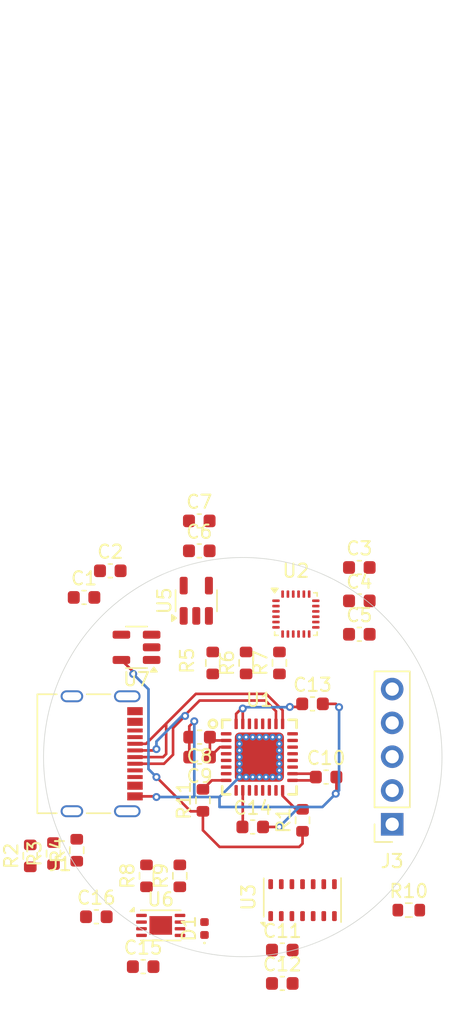
<source format=kicad_pcb>
(kicad_pcb (version 20240108) (generator "pcbnew") (generator_version "8.0")
  (layers (0 "F.Cu" signal) (31 "B.Cu" signal) (34 "B.Paste" user) (35 "F.Paste" user) (36 "B.SilkS" user "B.Silkscreen") (37 "F.SilkS" user "F.Silkscreen") (38 "B.Mask" user) (39 "F.Mask" user) (44 "Edge.Cuts" user))
  (net 0 "")
  (net 1 "+3V3")
  (net 2 "GND")
  (net 3 "+1V8")
  (net 4 "Net-(U2-REGOUT)")
  (net 5 "VBAT")
  (net 6 "CHGIN")
  (net 7 "Net-(D1-K)")
  (net 8 "D-")
  (net 10 "Net-(J1-SHIELD)")
  (net 11 "Net-(J1-CC1)")
  (net 12 "D+")
  (net 14 "Net-(J1-CC2)")
  (net 15 "BOOT")
  (net 16 "NRST")
  (net 17 "TX")
  (net 18 "RX")
  (net 19 "SCL")
  (net 20 "Net-(U1-EN)")
  (net 21 "Net-(U1-GP2[BOOT])")
  (net 22 "Net-(U1-GP8[BOOT])")
  (net 23 "Net-(U6-PROG)")
  (net 24 "Net-(U6-STAT)")
  (net 25 "SDA")
  (footprint "Sensor_Motion:InvenSense_QFN-24_3x3mm_P0.4mm" (layer "F.Cu") (at 101.75 55.75)
    (property "Reference" "U2" (at 0 -3.25 0) (layer "F.SilkS"))
    (property "Value" "ICM-20948")
    (fp_line (start -1.6 1.6) (end -1.6 1.35) (stroke (width 0.12)) (layer "F.SilkS"))
    (fp_line (start -1.6 1.6) (end -1.35 1.6) (stroke (width 0.12)) (layer "F.SilkS"))
    (fp_line (start 1.6 -1.6) (end 1.35 -1.6) (stroke (width 0.12)) (layer "F.SilkS"))
    (fp_line (start 1.6 -1.6) (end 1.6 -1.35) (stroke (width 0.12)) (layer "F.SilkS"))
    (fp_line (start 1.6 1.6) (end 1.35 1.6) (stroke (width 0.12)) (layer "F.SilkS"))
    (fp_line (start 1.6 1.6) (end 1.6 1.35) (stroke (width 0.12)) (layer "F.SilkS"))
    (fp_poly (pts (xy -1.6 -1.6) (xy -1.84 -1.93) (xy -1.36 -1.93) (xy -1.6 -1.6)) (stroke (width 0.12)) (fill solid) (layer "F.SilkS"))
    (pad "1" smd roundrect (at -1.5 -1) (size 0.55 0.2) (layers "F.Cu" "F.Paste" "F.Mask"))
    (pad "2" smd roundrect (at -1.5 -0.6) (size 0.55 0.2) (layers "F.Cu" "F.Paste" "F.Mask"))
    (pad "3" smd roundrect (at -1.5 -0.2) (size 0.55 0.2) (layers "F.Cu" "F.Paste" "F.Mask"))
    (pad "4" smd roundrect (at -1.5 0.2) (size 0.55 0.2) (layers "F.Cu" "F.Paste" "F.Mask"))
    (pad "5" smd roundrect (at -1.5 0.6) (size 0.55 0.2) (layers "F.Cu" "F.Paste" "F.Mask"))
    (pad "6" smd roundrect (at -1.5 1) (size 0.55 0.2) (layers "F.Cu" "F.Paste" "F.Mask"))
    (pad "7" smd roundrect (at -1 1.5 90) (size 0.55 0.2) (layers "F.Cu" "F.Paste" "F.Mask"))
    (pad "8" smd roundrect (at -0.6 1.5 90) (size 0.55 0.2) (layers "F.Cu" "F.Paste" "F.Mask") (net 3 "+1V8"))
    (pad "9" smd roundrect (at -0.2 1.5 90) (size 0.55 0.2) (layers "F.Cu" "F.Paste" "F.Mask"))
    (pad "10" smd roundrect (at 0.2 1.5 90) (size 0.55 0.2) (layers "F.Cu" "F.Paste" "F.Mask") (net 4 "Net-(U2-REGOUT)"))
    (pad "11" smd roundrect (at 0.6 1.5 90) (size 0.55 0.2) (layers "F.Cu" "F.Paste" "F.Mask"))
    (pad "12" smd roundrect (at 1 1.5 90) (size 0.55 0.2) (layers "F.Cu" "F.Paste" "F.Mask"))
    (pad "13" smd roundrect (at 1.5 1) (size 0.55 0.2) (layers "F.Cu" "F.Paste" "F.Mask") (net 1 "+3V3"))
    (pad "14" smd roundrect (at 1.5 0.6) (size 0.55 0.2) (layers "F.Cu" "F.Paste" "F.Mask"))
    (pad "15" smd roundrect (at 1.5 0.2) (size 0.55 0.2) (layers "F.Cu" "F.Paste" "F.Mask"))
    (pad "16" smd roundrect (at 1.5 -0.2) (size 0.55 0.2) (layers "F.Cu" "F.Paste" "F.Mask"))
    (pad "17" smd roundrect (at 1.5 -0.6) (size 0.55 0.2) (layers "F.Cu" "F.Paste" "F.Mask"))
    (pad "18" smd roundrect (at 1.5 -1) (size 0.55 0.2) (layers "F.Cu" "F.Paste" "F.Mask") (net 2 "GND"))
    (pad "19" smd roundrect (at 1 -1.5 90) (size 0.55 0.2) (layers "F.Cu" "F.Paste" "F.Mask"))
    (pad "20" smd roundrect (at 0.6 -1.5 90) (size 0.55 0.2) (layers "F.Cu" "F.Paste" "F.Mask") (net 2 "GND"))
    (pad "21" smd roundrect (at 0.2 -1.5 90) (size 0.55 0.2) (layers "F.Cu" "F.Paste" "F.Mask"))
    (pad "22" smd roundrect (at -0.2 -1.5 90) (size 0.55 0.2) (layers "F.Cu" "F.Paste" "F.Mask"))
    (pad "23" smd roundrect (at -0.6 -1.5 90) (size 0.55 0.2) (layers "F.Cu" "F.Paste" "F.Mask") (net 19 "SCL"))
    (pad "24" smd roundrect (at -1 -1.5 90) (size 0.55 0.2) (layers "F.Cu" "F.Paste" "F.Mask") (net 25 "SDA"))
  )
  (footprint "Capacitor_SMD:C_0603_1608Metric" (layer "F.Cu") (at 104.025 68)
    (property "Reference" "C10" (at 0 -1.43 0) (layer "F.SilkS"))
    (property "Value" "100n")
    (fp_line (start -0.14058 -0.51) (end 0.14058 -0.51) (stroke (width 0.12)) (layer "F.SilkS"))
    (fp_line (start -0.14058 0.51) (end 0.14058 0.51) (stroke (width 0.12)) (layer "F.SilkS"))
    (pad "1" smd roundrect (at -0.775 0) (size 0.9 0.95) (layers "F.Cu" "F.Paste" "F.Mask") (net 1 "+3V3"))
    (pad "2" smd roundrect (at 0.775 0) (size 0.9 0.95) (layers "F.Cu" "F.Paste" "F.Mask") (net 2 "GND"))
  )
  (footprint "Resistor_SMD:R_0603_1608Metric" (layer "F.Cu") (at 95.49 59.425 90)
    (property "Reference" "R5" (at 0.175 -1.93 270) (layer "F.SilkS"))
    (property "Value" "10K")
    (fp_line (start -0.237258 -0.5225) (end 0.237258 -0.5225) (stroke (width 0.12)) (layer "F.SilkS"))
    (fp_line (start -0.237258 0.5225) (end 0.237258 0.5225) (stroke (width 0.12)) (layer "F.SilkS"))
    (pad "1" smd roundrect (at -0.825 0 90) (size 0.8 0.95) (layers "F.Cu" "F.Paste" "F.Mask") (net 1 "+3V3"))
    (pad "2" smd roundrect (at 0.825 0 90) (size 0.8 0.95) (layers "F.Cu" "F.Paste" "F.Mask") (net 20 "Net-(U1-EN)"))
  )
  (footprint "Resistor_SMD:R_0603_1608Metric" (layer "F.Cu") (at 110.25 78)
    (property "Reference" "R10" (at 0 -1.43 0) (layer "F.SilkS"))
    (property "Value" "180k")
    (fp_line (start -0.237258 -0.5225) (end 0.237258 -0.5225) (stroke (width 0.12)) (layer "F.SilkS"))
    (fp_line (start -0.237258 0.5225) (end 0.237258 0.5225) (stroke (width 0.12)) (layer "F.SilkS"))
    (pad "1" smd roundrect (at -0.825 0) (size 0.8 0.95) (layers "F.Cu" "F.Paste" "F.Mask") (net 1 "+3V3"))
    (pad "2" smd roundrect (at 0.825 0) (size 0.8 0.95) (layers "F.Cu" "F.Paste" "F.Mask") (net 2 "GND"))
  )
  (footprint "Resistor_SMD:R_0603_1608Metric" (layer "F.Cu") (at 98 59.425 90)
    (property "Reference" "R6" (at 0 -1.43 270) (layer "F.SilkS"))
    (property "Value" "10k")
    (fp_line (start -0.237258 -0.5225) (end 0.237258 -0.5225) (stroke (width 0.12)) (layer "F.SilkS"))
    (fp_line (start -0.237258 0.5225) (end 0.237258 0.5225) (stroke (width 0.12)) (layer "F.SilkS"))
    (pad "1" smd roundrect (at -0.825 0 90) (size 0.8 0.95) (layers "F.Cu" "F.Paste" "F.Mask") (net 21 "Net-(U1-GP2[BOOT])"))
    (pad "2" smd roundrect (at 0.825 0 90) (size 0.8 0.95) (layers "F.Cu" "F.Paste" "F.Mask") (net 1 "+3V3"))
  )
  (footprint "Capacitor_SMD:C_0603_1608Metric" (layer "F.Cu") (at 94.475 51)
    (property "Reference" "C6" (at 0 -1.43 0) (layer "F.SilkS"))
    (property "Value" "1u")
    (fp_line (start -0.14058 -0.51) (end 0.14058 -0.51) (stroke (width 0.12)) (layer "F.SilkS"))
    (fp_line (start -0.14058 0.51) (end 0.14058 0.51) (stroke (width 0.12)) (layer "F.SilkS"))
    (pad "1" smd roundrect (at -0.775 0) (size 0.9 0.95) (layers "F.Cu" "F.Paste" "F.Mask") (net 5 "VBAT"))
    (pad "2" smd roundrect (at 0.775 0) (size 0.9 0.95) (layers "F.Cu" "F.Paste" "F.Mask") (net 2 "GND"))
  )
  (footprint "Capacitor_SMD:C_0603_1608Metric" (layer "F.Cu") (at 94.5 66.5 180)
    (property "Reference" "C9" (at 0 -1.43 180) (layer "F.SilkS"))
    (property "Value" "100n")
    (fp_line (start -0.14058 0.51) (end 0.14058 0.51) (stroke (width 0.12)) (layer "F.SilkS"))
    (fp_line (start -0.14058 -0.51) (end 0.14058 -0.51) (stroke (width 0.12)) (layer "F.SilkS"))
    (pad "1" smd roundrect (at -0.775 0 180) (size 0.9 0.95) (layers "F.Cu" "F.Paste" "F.Mask") (net 1 "+3V3"))
    (pad "2" smd roundrect (at 0.775 0 180) (size 0.9 0.95) (layers "F.Cu" "F.Paste" "F.Mask") (net 2 "GND"))
  )
  (footprint "Capacitor_SMD:C_0603_1608Metric" (layer "F.Cu") (at 100.725 83.51)
    (property "Reference" "C12" (at 0 -1.43 0) (layer "F.SilkS"))
    (property "Value" "0.1u")
    (fp_line (start -0.14058 -0.51) (end 0.14058 -0.51) (stroke (width 0.12)) (layer "F.SilkS"))
    (fp_line (start -0.14058 0.51) (end 0.14058 0.51) (stroke (width 0.12)) (layer "F.SilkS"))
    (pad "1" smd roundrect (at -0.775 0) (size 0.9 0.95) (layers "F.Cu" "F.Paste" "F.Mask") (net 1 "+3V3"))
    (pad "2" smd roundrect (at 0.775 0) (size 0.9 0.95) (layers "F.Cu" "F.Paste" "F.Mask") (net 2 "GND"))
  )
  (footprint "Package_TO_SOT_SMD:SOT-23-5" (layer "F.Cu") (at 89.75 58.25 180)
    (property "Reference" "U7" (at 0 -2.4 180) (layer "F.SilkS"))
    (property "Value" "LP5907MFX-1.8")
    (fp_line (start 0 1.56) (end 0.8 1.56) (stroke (width 0.12)) (layer "F.SilkS"))
    (fp_line (start 0 1.56) (end -0.8 1.56) (stroke (width 0.12)) (layer "F.SilkS"))
    (fp_line (start 0 -1.56) (end 0.8 -1.56) (stroke (width 0.12)) (layer "F.SilkS"))
    (fp_line (start 0 -1.56) (end -0.8 -1.56) (stroke (width 0.12)) (layer "F.SilkS"))
    (fp_poly (pts (xy -1.3 -1.51) (xy -1.54 -1.84) (xy -1.06 -1.84) (xy -1.3 -1.51)) (stroke (width 0.12)) (fill solid) (layer "F.SilkS"))
    (pad "1" smd roundrect (at -1.1375 -0.95 180) (size 1.325 0.6) (layers "F.Cu" "F.Paste" "F.Mask") (net 1 "+3V3"))
    (pad "2" smd roundrect (at -1.1375 0 180) (size 1.325 0.6) (layers "F.Cu" "F.Paste" "F.Mask") (net 2 "GND"))
    (pad "3" smd roundrect (at -1.1375 0.95 180) (size 1.325 0.6) (layers "F.Cu" "F.Paste" "F.Mask") (net 1 "+3V3"))
    (pad "4" smd roundrect (at 1.1375 0.95 180) (size 1.325 0.6) (layers "F.Cu" "F.Paste" "F.Mask"))
    (pad "5" smd roundrect (at 1.1375 -0.95 180) (size 1.325 0.6) (layers "F.Cu" "F.Paste" "F.Mask") (net 3 "+1V8"))
  )
  (footprint "Resistor_SMD:R_0603_1608Metric" (layer "F.Cu") (at 81.75 73.925 90)
    (property "Reference" "R2" (at 0 -1.43 270) (layer "F.SilkS"))
    (property "Value" "1M")
    (fp_line (start -0.237258 -0.5225) (end 0.237258 -0.5225) (stroke (width 0.12)) (layer "F.SilkS"))
    (fp_line (start -0.237258 0.5225) (end 0.237258 0.5225) (stroke (width 0.12)) (layer "F.SilkS"))
    (pad "1" smd roundrect (at -0.825 0 90) (size 0.8 0.95) (layers "F.Cu" "F.Paste" "F.Mask") (net 10 "Net-(J1-SHIELD)"))
    (pad "2" smd roundrect (at 0.825 0 90) (size 0.8 0.95) (layers "F.Cu" "F.Paste" "F.Mask") (net 2 "GND"))
  )
  (footprint "Resistor_SMD:R_0603_1608Metric" (layer "F.Cu") (at 83.5 73.75 90)
    (property "Reference" "R3" (at 0 -1.43 270) (layer "F.SilkS"))
    (property "Value" "5.11K")
    (fp_line (start -0.237258 -0.5225) (end 0.237258 -0.5225) (stroke (width 0.12)) (layer "F.SilkS"))
    (fp_line (start -0.237258 0.5225) (end 0.237258 0.5225) (stroke (width 0.12)) (layer "F.SilkS"))
    (pad "1" smd roundrect (at -0.825 0 90) (size 0.8 0.95) (layers "F.Cu" "F.Paste" "F.Mask") (net 14 "Net-(J1-CC2)"))
    (pad "2" smd roundrect (at 0.825 0 90) (size 0.8 0.95) (layers "F.Cu" "F.Paste" "F.Mask") (net 2 "GND"))
  )
  (footprint "Connector_USB:USB_C_Receptacle_Palconn_UTC16-G" (layer "F.Cu") (at 87.125 66.25 -90)
    (property "Reference" "J1" (at 8.295 3.125 180) (layer "F.SilkS"))
    (property "Value" "USB_C_Receptacle_USB2.0_16P")
    (fp_line (start -4.47 4.84) (end -4.47 3.38) (stroke (width 0.12)) (layer "F.SilkS"))
    (fp_line (start 4.47 4.84) (end -4.47 4.84) (stroke (width 0.12)) (layer "F.SilkS"))
    (fp_line (start 4.47 4.84) (end 4.47 3.38) (stroke (width 0.12)) (layer "F.SilkS"))
    (fp_line (start -4.47 -0.67) (end -4.47 1.13) (stroke (width 0.12)) (layer "F.SilkS"))
    (fp_line (start 4.47 -0.67) (end 4.47 1.13) (stroke (width 0.12)) (layer "F.SilkS"))
    (pad "" np_thru_hole circle (at -2.89 -1.45 90) (size 0.6 0.6) (drill 0.6) (layers "*.Cu" "*.Mask"))
    (pad "" np_thru_hole circle (at 2.89 -1.45 90) (size 0.6 0.6) (drill 0.6) (layers "*.Cu" "*.Mask"))
    (pad "A1" smd rect (at -3.2 -2.51 270) (size 0.6 1.16) (layers "F.Cu" "F.Paste" "F.Mask") (net 2 "GND"))
    (pad "A4" smd rect (at -2.4 -2.51 270) (size 0.6 1.16) (layers "F.Cu" "F.Paste" "F.Mask") (net 6 "CHGIN"))
    (pad "A5" smd rect (at -1.25 -2.51 90) (size 0.3 1.16) (layers "F.Cu" "F.Paste" "F.Mask") (net 11 "Net-(J1-CC1)"))
    (pad "A6" smd rect (at -0.25 -2.51 90) (size 0.3 1.16) (layers "F.Cu" "F.Paste" "F.Mask") (net 12 "D+"))
    (pad "A7" smd rect (at 0.25 -2.51 90) (size 0.3 1.16) (layers "F.Cu" "F.Paste" "F.Mask") (net 8 "D-"))
    (pad "A8" smd rect (at 1.25 -2.51 90) (size 0.3 1.16) (layers "F.Cu" "F.Paste" "F.Mask"))
    (pad "A9" smd rect (at 2.4 -2.51 270) (size 0.6 1.16) (layers "F.Cu" "F.Paste" "F.Mask") (net 6 "CHGIN"))
    (pad "A12" smd rect (at 3.2 -2.51 270) (size 0.6 1.16) (layers "F.Cu" "F.Paste" "F.Mask") (net 2 "GND"))
    (pad "B1" smd rect (at 3.2 -2.51 270) (size 0.6 1.16) (layers "F.Cu" "F.Paste" "F.Mask") (net 2 "GND"))
    (pad "B4" smd rect (at 2.4 -2.51 270) (size 0.6 1.16) (layers "F.Cu" "F.Paste" "F.Mask") (net 6 "CHGIN"))
    (pad "B5" smd rect (at 1.75 -2.51 90) (size 0.3 1.16) (layers "F.Cu" "F.Paste" "F.Mask") (net 14 "Net-(J1-CC2)"))
    (pad "B6" smd rect (at 0.75 -2.51 90) (size 0.3 1.16) (layers "F.Cu" "F.Paste" "F.Mask") (net 12 "D+"))
    (pad "B7" smd rect (at -0.75 -2.51 90) (size 0.3 1.16) (layers "F.Cu" "F.Paste" "F.Mask") (net 8 "D-"))
    (pad "B8" smd rect (at -1.75 -2.51 90) (size 0.3 1.16) (layers "F.Cu" "F.Paste" "F.Mask"))
    (pad "B9" smd rect (at -2.4 -2.51 270) (size 0.6 1.16) (layers "F.Cu" "F.Paste" "F.Mask") (net 6 "CHGIN"))
    (pad "B12" smd rect (at -3.2 -2.51 270) (size 0.6 1.16) (layers "F.Cu" "F.Paste" "F.Mask") (net 2 "GND"))
    (pad "S1" thru_hole oval (at -4.32 -1.93) (size 2 0.9) (drill oval 1.7 0.6) (layers "*.Cu" "*.Mask") (net 10 "Net-(J1-SHIELD)"))
    (pad "S1" thru_hole oval (at -4.32 2.24) (size 1.7 0.9) (drill oval 1.4 0.6) (layers "*.Cu" "*.Mask") (net 10 "Net-(J1-SHIELD)"))
    (pad "S1" thru_hole oval (at 4.32 -1.93) (size 2 0.9) (drill oval 1.7 0.6) (layers "*.Cu" "*.Mask") (net 10 "Net-(J1-SHIELD)"))
    (pad "S1" thru_hole oval (at 4.32 2.24) (size 1.7 0.9) (drill oval 1.4 0.6) (layers "*.Cu" "*.Mask") (net 10 "Net-(J1-SHIELD)"))
  )
  (footprint "Resistor_SMD:R_0603_1608Metric" (layer "F.Cu") (at 93.01 75.425 90)
    (property "Reference" "R9" (at 0 -1.43 270) (layer "F.SilkS"))
    (property "Value" "470")
    (fp_line (start -0.237258 -0.5225) (end 0.237258 -0.5225) (stroke (width 0.12)) (layer "F.SilkS"))
    (fp_line (start -0.237258 0.5225) (end 0.237258 0.5225) (stroke (width 0.12)) (layer "F.SilkS"))
    (pad "1" smd roundrect (at -0.825 0 90) (size 0.8 0.95) (layers "F.Cu" "F.Paste" "F.Mask") (net 7 "Net-(D1-K)"))
    (pad "2" smd roundrect (at 0.825 0 90) (size 0.8 0.95) (layers "F.Cu" "F.Paste" "F.Mask") (net 24 "Net-(U6-STAT)"))
  )
  (footprint "Resistor_SMD:R_0603_1608Metric" (layer "F.Cu") (at 100.51 59.425 90)
    (property "Reference" "R7" (at 0 -1.43 270) (layer "F.SilkS"))
    (property "Value" "10k")
    (fp_line (start -0.237258 -0.5225) (end 0.237258 -0.5225) (stroke (width 0.12)) (layer "F.SilkS"))
    (fp_line (start -0.237258 0.5225) (end 0.237258 0.5225) (stroke (width 0.12)) (layer "F.SilkS"))
    (pad "1" smd roundrect (at -0.825 0 90) (size 0.8 0.95) (layers "F.Cu" "F.Paste" "F.Mask") (net 1 "+3V3"))
    (pad "2" smd roundrect (at 0.825 0 90) (size 0.8 0.95) (layers "F.Cu" "F.Paste" "F.Mask") (net 22 "Net-(U1-GP8[BOOT])"))
  )
  (footprint "Package_DFN_QFN:DFN-8-1EP_3x2mm_P0.5mm_EP1.7x1.4mm" (layer "F.Cu") (at 91.575 79.15)
    (property "Reference" "U6" (at 0 -1.95 0) (layer "F.SilkS"))
    (property "Value" "MCP73831-2-MC")
    (fp_line (start -1.5 -1.135) (end 1.5 -1.135) (stroke (width 0.12)) (layer "F.SilkS"))
    (fp_line (start -1.5 1.135) (end 1.5 1.135) (stroke (width 0.12)) (layer "F.SilkS"))
    (fp_poly (pts (xy -2.02 -1.05) (xy -2.3 -1.05) (xy -2.02 -1.33) (xy -2.02 -1.05)) (stroke (width 0.12)) (fill solid) (layer "F.SilkS"))
    (pad "1" smd roundrect (at -1.45 -0.75) (size 0.8 0.25) (layers "F.Cu" "F.Paste" "F.Mask") (net 6 "CHGIN"))
    (pad "2" smd roundrect (at -1.45 -0.25) (size 0.8 0.25) (layers "F.Cu" "F.Paste" "F.Mask") (net 6 "CHGIN"))
    (pad "3" smd roundrect (at -1.45 0.25) (size 0.8 0.25) (layers "F.Cu" "F.Paste" "F.Mask") (net 5 "VBAT"))
    (pad "4" smd roundrect (at -1.45 0.75) (size 0.8 0.25) (layers "F.Cu" "F.Paste" "F.Mask") (net 5 "VBAT"))
    (pad "5" smd roundrect (at 1.45 0.75) (size 0.8 0.25) (layers "F.Cu" "F.Paste" "F.Mask") (net 24 "Net-(U6-STAT)"))
    (pad "6" smd roundrect (at 1.45 0.25) (size 0.8 0.25) (layers "F.Cu" "F.Paste" "F.Mask") (net 2 "GND"))
    (pad "7" smd roundrect (at 1.45 -0.25) (size 0.8 0.25) (layers "F.Cu" "F.Paste" "F.Mask"))
    (pad "8" smd roundrect (at 1.45 -0.75) (size 0.8 0.25) (layers "F.Cu" "F.Paste" "F.Mask") (net 23 "Net-(U6-PROG)"))
    (pad "9" smd rect (at 0 0) (size 1.7 1.4) (property pad_prop_heatsink) (layers "F.Cu" "F.Mask"))
  )
  (footprint "Package_TO_SOT_SMD:SOT-23-5" (layer "F.Cu") (at 94.25 54.75 90)
    (property "Reference" "U5" (at 0 -2.4 270) (layer "F.SilkS"))
    (property "Value" "LP5907MFX-3.3")
    (fp_line (start 0 -1.56) (end 0.8 -1.56) (stroke (width 0.12)) (layer "F.SilkS"))
    (fp_line (start 0 -1.56) (end -0.8 -1.56) (stroke (width 0.12)) (layer "F.SilkS"))
    (fp_line (start 0 1.56) (end 0.8 1.56) (stroke (width 0.12)) (layer "F.SilkS"))
    (fp_line (start 0 1.56) (end -0.8 1.56) (stroke (width 0.12)) (layer "F.SilkS"))
    (fp_poly (pts (xy -1.3 -1.51) (xy -1.54 -1.84) (xy -1.06 -1.84) (xy -1.3 -1.51)) (stroke (width 0.12)) (fill solid) (layer "F.SilkS"))
    (pad "1" smd roundrect (at -1.1375 -0.95 90) (size 1.325 0.6) (layers "F.Cu" "F.Paste" "F.Mask") (net 5 "VBAT"))
    (pad "2" smd roundrect (at -1.1375 0 90) (size 1.325 0.6) (layers "F.Cu" "F.Paste" "F.Mask") (net 2 "GND"))
    (pad "3" smd roundrect (at -1.1375 0.95 90) (size 1.325 0.6) (layers "F.Cu" "F.Paste" "F.Mask") (net 5 "VBAT"))
    (pad "4" smd roundrect (at 1.1375 0.95 90) (size 1.325 0.6) (layers "F.Cu" "F.Paste" "F.Mask"))
    (pad "5" smd roundrect (at 1.1375 -0.95 90) (size 1.325 0.6) (layers "F.Cu" "F.Paste" "F.Mask") (net 1 "+3V3"))
  )
  (footprint "Connector_PinSocket_2.54mm:PinSocket_1x05_P2.54mm_Vertical" (layer "F.Cu") (at 109 71.55 180)
    (property "Reference" "J3" (at 0 -2.77 180) (layer "F.SilkS"))
    (property "Value" "Conn_01x05_Pin")
    (fp_line (start 1.33 1.27) (end 1.33 11.49) (stroke (width 0.12)) (layer "F.SilkS"))
    (fp_line (start 1.33 -1.33) (end 1.33 0) (stroke (width 0.12)) (layer "F.SilkS"))
    (fp_line (start 0 -1.33) (end 1.33 -1.33) (stroke (width 0.12)) (layer "F.SilkS"))
    (fp_line (start -1.33 11.49) (end 1.33 11.49) (stroke (width 0.12)) (layer "F.SilkS"))
    (fp_line (start -1.33 1.27) (end 1.33 1.27) (stroke (width 0.12)) (layer "F.SilkS"))
    (fp_line (start -1.33 1.27) (end -1.33 11.49) (stroke (width 0.12)) (layer "F.SilkS"))
    (pad "1" thru_hole rect (at 0 0 180) (size 1.7 1.7) (drill 1) (layers "*.Cu" "*.Mask") (net 2 "GND"))
    (pad "2" thru_hole oval (at 0 2.54 180) (size 1.7 1.7) (drill 1) (layers "*.Cu" "*.Mask") (net 17 "TX"))
    (pad "3" thru_hole oval (at 0 5.08 180) (size 1.7 1.7) (drill 1) (layers "*.Cu" "*.Mask") (net 18 "RX"))
    (pad "4" thru_hole oval (at 0 7.62 180) (size 1.7 1.7) (drill 1) (layers "*.Cu" "*.Mask") (net 15 "BOOT"))
    (pad "5" thru_hole oval (at 0 10.16 180) (size 1.7 1.7) (drill 1) (layers "*.Cu" "*.Mask") (net 16 "NRST"))
  )
  (footprint "Capacitor_SMD:C_0603_1608Metric" (layer "F.Cu") (at 103 62.5)
    (property "Reference" "C13" (at 0 -1.43 0) (layer "F.SilkS"))
    (property "Value" "100n")
    (fp_line (start -0.14058 -0.51) (end 0.14058 -0.51) (stroke (width 0.12)) (layer "F.SilkS"))
    (fp_line (start -0.14058 0.51) (end 0.14058 0.51) (stroke (width 0.12)) (layer "F.SilkS"))
    (pad "1" smd roundrect (at -0.775 0) (size 0.9 0.95) (layers "F.Cu" "F.Paste" "F.Mask") (net 1 "+3V3"))
    (pad "2" smd roundrect (at 0.775 0) (size 0.9 0.95) (layers "F.Cu" "F.Paste" "F.Mask") (net 2 "GND"))
  )
  (footprint "Capacitor_SMD:C_0603_1608Metric" (layer "F.Cu") (at 94.5 65 180)
    (property "Reference" "C8" (at 0 -1.43 180) (layer "F.SilkS"))
    (property "Value" "1u")
    (fp_line (start -0.14058 0.51) (end 0.14058 0.51) (stroke (width 0.12)) (layer "F.SilkS"))
    (fp_line (start -0.14058 -0.51) (end 0.14058 -0.51) (stroke (width 0.12)) (layer "F.SilkS"))
    (pad "1" smd roundrect (at -0.775 0 180) (size 0.9 0.95) (layers "F.Cu" "F.Paste" "F.Mask") (net 1 "+3V3"))
    (pad "2" smd roundrect (at 0.775 0 180) (size 0.9 0.95) (layers "F.Cu" "F.Paste" "F.Mask") (net 2 "GND"))
  )
  (footprint "Capacitor_SMD:C_0603_1608Metric" (layer "F.Cu") (at 98.5 71.75)
    (property "Reference" "C14" (at 0 -1.43 360) (layer "F.SilkS"))
    (property "Value" "100n")
    (fp_line (start -0.14058 -0.51) (end 0.14058 -0.51) (stroke (width 0.12)) (layer "F.SilkS"))
    (fp_line (start -0.14058 0.51) (end 0.14058 0.51) (stroke (width 0.12)) (layer "F.SilkS"))
    (pad "1" smd roundrect (at -0.775 0) (size 0.9 0.95) (layers "F.Cu" "F.Paste" "F.Mask") (net 1 "+3V3"))
    (pad "2" smd roundrect (at 0.775 0) (size 0.9 0.95) (layers "F.Cu" "F.Paste" "F.Mask") (net 2 "GND"))
  )
  (footprint "Capacitor_SMD:C_0603_1608Metric" (layer "F.Cu") (at 87.775 52.5)
    (property "Reference" "C2" (at 0 -1.43 0) (layer "F.SilkS"))
    (property "Value" "1u")
    (fp_line (start -0.14058 -0.51) (end 0.14058 -0.51) (stroke (width 0.12)) (layer "F.SilkS"))
    (fp_line (start -0.14058 0.51) (end 0.14058 0.51) (stroke (width 0.12)) (layer "F.SilkS"))
    (pad "1" smd roundrect (at -0.775 0) (size 0.9 0.95) (layers "F.Cu" "F.Paste" "F.Mask") (net 3 "+1V8"))
    (pad "2" smd roundrect (at 0.775 0) (size 0.9 0.95) (layers "F.Cu" "F.Paste" "F.Mask") (net 2 "GND"))
  )
  (footprint "Capacitor_SMD:C_0603_1608Metric" (layer "F.Cu") (at 106.525 52.25)
    (property "Reference" "C3" (at 0 -1.43 0) (layer "F.SilkS"))
    (property "Value" "0.1u")
    (fp_line (start -0.14058 -0.51) (end 0.14058 -0.51) (stroke (width 0.12)) (layer "F.SilkS"))
    (fp_line (start -0.14058 0.51) (end 0.14058 0.51) (stroke (width 0.12)) (layer "F.SilkS"))
    (pad "1" smd roundrect (at -0.775 0) (size 0.9 0.95) (layers "F.Cu" "F.Paste" "F.Mask") (net 1 "+3V3"))
    (pad "2" smd roundrect (at 0.775 0) (size 0.9 0.95) (layers "F.Cu" "F.Paste" "F.Mask") (net 2 "GND"))
  )
  (footprint "Capacitor_SMD:C_0603_1608Metric" (layer "F.Cu") (at 106.525 57.27)
    (property "Reference" "C5" (at 0 -1.43 0) (layer "F.SilkS"))
    (property "Value" "0.1u")
    (fp_line (start -0.14058 -0.51) (end 0.14058 -0.51) (stroke (width 0.12)) (layer "F.SilkS"))
    (fp_line (start -0.14058 0.51) (end 0.14058 0.51) (stroke (width 0.12)) (layer "F.SilkS"))
    (pad "1" smd roundrect (at -0.775 0) (size 0.9 0.95) (layers "F.Cu" "F.Paste" "F.Mask") (net 3 "+1V8"))
    (pad "2" smd roundrect (at 0.775 0) (size 0.9 0.95) (layers "F.Cu" "F.Paste" "F.Mask") (net 2 "GND"))
  )
  (footprint "kicad libs:Yu-QFN-32-5x5-0.5-EP-3.7x3.7" (layer "F.Cu") (at 99 66.5)
    (property "Reference" "U1" (at 0 -4.3 0) (layer "F.SilkS"))
    (property "Value" "ESP32-C3FH4")
    (fp_line (start -2.8 -2.2) (end -2.8 -2.8) (stroke (width 0.2)) (layer "F.SilkS"))
    (fp_line (start -2.8 2.2) (end -2.8 2.8) (stroke (width 0.2)) (layer "F.SilkS"))
    (fp_line (start -2.2 -2.8) (end -2.8 -2.8) (stroke (width 0.2)) (layer "F.SilkS"))
    (fp_line (start -2.2 2.8) (end -2.8 2.8) (stroke (width 0.2)) (layer "F.SilkS"))
    (fp_line (start 2.2 -2.8) (end 2.8 -2.8) (stroke (width 0.2)) (layer "F.SilkS"))
    (fp_line (start 2.2 2.8) (end 2.8 2.8) (stroke (width 0.2)) (layer "F.SilkS"))
    (fp_line (start 2.8 -2.2) (end 2.8 -2.8) (stroke (width 0.2)) (layer "F.SilkS"))
    (fp_line (start 2.8 2.2) (end 2.8 2.8) (stroke (width 0.2)) (layer "F.SilkS"))
    (fp_circle (center -3.5 -2.5) (end -3.2 -2.5) (stroke (width 0.2)) (fill none) (layer "F.SilkS"))
    (pad "0" thru_hole circle (at -1.5 -1.5 270) (size 0.5 0.5) (drill 0.2) (layers "*.Cu") (net 2 "GND"))
    (pad "0" thru_hole circle (at -1.5 -1 270) (size 0.5 0.5) (drill 0.2) (layers "*.Cu") (net 2 "GND"))
    (pad "0" thru_hole circle (at -1.5 -0.5 270) (size 0.5 0.5) (drill 0.2) (layers "*.Cu") (net 2 "GND"))
    (pad "0" thru_hole circle (at -1.5 0 270) (size 0.5 0.5) (drill 0.2) (layers "*.Cu") (net 2 "GND"))
    (pad "0" thru_hole circle (at -1.5 0.5 270) (size 0.5 0.5) (drill 0.2) (layers "*.Cu") (net 2 "GND"))
    (pad "0" thru_hole circle (at -1.5 1 270) (size 0.5 0.5) (drill 0.2) (layers "*.Cu") (net 2 "GND"))
    (pad "0" thru_hole circle (at -1.5 1.5 270) (size 0.5 0.5) (drill 0.2) (layers "*.Cu") (net 2 "GND"))
    (pad "0" thru_hole circle (at -1 -1.5 270) (size 0.5 0.5) (drill 0.2) (layers "*.Cu") (net 2 "GND"))
    (pad "0" thru_hole circle (at -1 1.5 270) (size 0.5 0.5) (drill 0.2) (layers "*.Cu") (net 2 "GND"))
    (pad "0" thru_hole circle (at -0.5 -1.5 270) (size 0.5 0.5) (drill 0.2) (layers "*.Cu") (net 2 "GND"))
    (pad "0" thru_hole circle (at -0.5 1.5 270) (size 0.5 0.5) (drill 0.2) (layers "*.Cu") (net 2 "GND"))
    (pad "0" thru_hole circle (at 0 -1.5 270) (size 0.5 0.5) (drill 0.2) (layers "*.Cu") (net 2 "GND"))
    (pad "0" smd roundrect (at 0 0) (size 3.7 3.7) (layers "F.Cu" "F.Mask") (roundrect_rratio 0.1) (net 2 "GND"))
    (pad "0" thru_hole circle (at 0 1.5 270) (size 0.5 0.5) (drill 0.2) (layers "*.Cu") (net 2 "GND"))
    (pad "0" thru_hole circle (at 0.5 -1.5 270) (size 0.5 0.5) (drill 0.2) (layers "*.Cu") (net 2 "GND"))
    (pad "0" thru_hole circle (at 0.5 1.5 270) (size 0.5 0.5) (drill 0.2) (layers "*.Cu") (net 2 "GND"))
    (pad "0" thru_hole circle (at 1 -1.5 270) (size 0.5 0.5) (drill 0.2) (layers "*.Cu") (net 2 "GND"))
    (pad "0" thru_hole circle (at 1 1.5 270) (size 0.5 0.5) (drill 0.2) (layers "*.Cu") (net 2 "GND"))
    (pad "0" thru_hole circle (at 1.5 -1.5 270) (size 0.5 0.5) (drill 0.2) (layers "*.Cu") (net 2 "GND"))
    (pad "0" thru_hole circle (at 1.5 -1 270) (size 0.5 0.5) (drill 0.2) (layers "*.Cu") (net 2 "GND"))
    (pad "0" thru_hole circle (at 1.5 -0.5 270) (size 0.5 0.5) (drill 0.2) (layers "*.Cu") (net 2 "GND"))
    (pad "0" thru_hole circle (at 1.5 0 270) (size 0.5 0.5) (drill 0.2) (layers "*.Cu") (net 2 "GND"))
    (pad "0" thru_hole circle (at 1.5 0.5 270) (size 0.5 0.5) (drill 0.2) (layers "*.Cu") (net 2 "GND"))
    (pad "0" thru_hole circle (at 1.5 1 270) (size 0.5 0.5) (drill 0.2) (layers "*.Cu") (net 2 "GND"))
    (pad "0" thru_hole circle (at 1.5 1.5 270) (size 0.5 0.5) (drill 0.2) (layers "*.Cu") (net 2 "GND"))
    (pad "1" smd roundrect (at -2.5 -1.75) (size 0.8 0.25) (layers "F.Cu" "F.Paste" "F.Mask"))
    (pad "2" smd roundrect (at -2.5 -1.25) (size 0.8 0.25) (layers "F.Cu" "F.Paste" "F.Mask") (net 1 "+3V3"))
    (pad "3" smd roundrect (at -2.5 -0.75) (size 0.8 0.25) (layers "F.Cu" "F.Paste" "F.Mask") (net 1 "+3V3"))
    (pad "4" smd roundrect (at -2.5 -0.25) (size 0.8 0.25) (layers "F.Cu" "F.Paste" "F.Mask"))
    (pad "5" smd roundrect (at -2.5 0.25) (size 0.8 0.25) (layers "F.Cu" "F.Paste" "F.Mask"))
    (pad "6" smd roundrect (at -2.5 0.75) (size 0.8 0.25) (layers "F.Cu" "F.Paste" "F.Mask") (net 21 "Net-(U1-GP2[BOOT])"))
    (pad "7" smd roundrect (at -2.5 1.25) (size 0.8 0.25) (layers "F.Cu" "F.Paste" "F.Mask") (net 20 "Net-(U1-EN)"))
    (pad "8" smd roundrect (at -2.5 1.75) (size 0.8 0.25) (layers "F.Cu" "F.Paste" "F.Mask") (net 25 "SDA"))
    (pad "9" smd roundrect (at -1.75 2.5 90) (size 0.8 0.25) (layers "F.Cu" "F.Paste" "F.Mask"))
    (pad "10" smd roundrect (at -1.25 2.5 90) (size 0.8 0.25) (layers "F.Cu" "F.Paste" "F.Mask") (net 1 "+3V3"))
    (pad "11" smd roundrect (at -0.75 2.5 90) (size 0.8 0.25) (layers "F.Cu" "F.Paste" "F.Mask") (net 1 "+3V3"))
    (pad "12" smd roundrect (at -0.25 2.5 90) (size 0.8 0.25) (layers "F.Cu" "F.Paste" "F.Mask"))
    (pad "13" smd roundrect (at 0.25 2.5 90) (size 0.8 0.25) (layers "F.Cu" "F.Paste" "F.Mask"))
    (pad "14" smd roundrect (at 0.75 2.5 90) (size 0.8 0.25) (layers "F.Cu" "F.Paste" "F.Mask") (net 22 "Net-(U1-GP8[BOOT])"))
    (pad "15" smd roundrect (at 1.25 2.5 90) (size 0.8 0.25) (layers "F.Cu" "F.Paste" "F.Mask") (net 15 "BOOT"))
    (pad "16" smd roundrect (at 1.75 2.5 90) (size 0.8 0.25) (layers "F.Cu" "F.Paste" "F.Mask") (net 19 "SCL"))
    (pad "17" smd roundrect (at 2.5 1.75 180) (size 0.8 0.25) (layers "F.Cu" "F.Paste" "F.Mask") (net 1 "+3V3"))
    (pad "18" smd roundrect (at 2.5 1.25 180) (size 0.8 0.25) (layers "F.Cu" "F.Paste" "F.Mask") (net 1 "+3V3"))
    (pad "19" smd roundrect (at 2.5 0.75 180) (size 0.8 0.25) (layers "F.Cu" "F.Paste" "F.Mask"))
    (pad "20" smd roundrect (at 2.5 0.25 180) (size 0.8 0.25) (layers "F.Cu" "F.Paste" "F.Mask"))
    (pad "21" smd roundrect (at 2.5 -0.25 180) (size 0.8 0.25) (layers "F.Cu" "F.Paste" "F.Mask"))
    (pad "22" smd roundrect (at 2.5 -0.75 180) (size 0.8 0.25) (layers "F.Cu" "F.Paste" "F.Mask"))
    (pad "23" smd roundrect (at 2.5 -1.25 180) (size 0.8 0.25) (layers "F.Cu" "F.Paste" "F.Mask"))
    (pad "24" smd roundrect (at 2.5 -1.75 180) (size 0.8 0.25) (layers "F.Cu" "F.Paste" "F.Mask"))
    (pad "25" smd roundrect (at 1.75 -2.5 270) (size 0.8 0.25) (layers "F.Cu" "F.Paste" "F.Mask") (net 8 "D-"))
    (pad "26" smd roundrect (at 1.25 -2.5 270) (size 0.8 0.25) (layers "F.Cu" "F.Paste" "F.Mask") (net 12 "D+"))
    (pad "27" smd roundrect (at 0.75 -2.5 270) (size 0.8 0.25) (layers "F.Cu" "F.Paste" "F.Mask") (net 18 "RX"))
    (pad "28" smd roundrect (at 0.25 -2.5 270) (size 0.8 0.25) (layers "F.Cu" "F.Paste" "F.Mask") (net 17 "TX"))
    (pad "29" smd roundrect (at -0.25 -2.5 270) (size 0.8 0.25) (layers "F.Cu" "F.Paste" "F.Mask"))
    (pad "30" smd roundrect (at -0.75 -2.5 270) (size 0.8 0.25) (layers "F.Cu" "F.Paste" "F.Mask"))
    (pad "31" smd roundrect (at -1.25 -2.5 270) (size 0.8 0.25) (layers "F.Cu" "F.Paste" "F.Mask") (net 1 "+3V3"))
    (pad "32" smd roundrect (at -1.75 -2.5 270) (size 0.8 0.25) (layers "F.Cu" "F.Paste" "F.Mask") (net 1 "+3V3"))
  )
  (footprint "Capacitor_SMD:C_0603_1608Metric" (layer "F.Cu") (at 85.8 54.5)
    (property "Reference" "C1" (at 0 -1.43 0) (layer "F.SilkS"))
    (property "Value" "1u")
    (fp_line (start -0.14058 -0.51) (end 0.14058 -0.51) (stroke (width 0.12)) (layer "F.SilkS"))
    (fp_line (start -0.14058 0.51) (end 0.14058 0.51) (stroke (width 0.12)) (layer "F.SilkS"))
    (pad "1" smd roundrect (at -0.775 0) (size 0.9 0.95) (layers "F.Cu" "F.Paste" "F.Mask") (net 1 "+3V3"))
    (pad "2" smd roundrect (at 0.775 0) (size 0.9 0.95) (layers "F.Cu" "F.Paste" "F.Mask") (net 2 "GND"))
  )
  (footprint "Capacitor_SMD:C_0603_1608Metric" (layer "F.Cu") (at 100.725 81)
    (property "Reference" "C11" (at 0 -1.43 0) (layer "F.SilkS"))
    (property "Value" "0.1u")
    (fp_line (start -0.14058 -0.51) (end 0.14058 -0.51) (stroke (width 0.12)) (layer "F.SilkS"))
    (fp_line (start -0.14058 0.51) (end 0.14058 0.51) (stroke (width 0.12)) (layer "F.SilkS"))
    (pad "1" smd roundrect (at -0.775 0) (size 0.9 0.95) (layers "F.Cu" "F.Paste" "F.Mask") (net 3 "+1V8"))
    (pad "2" smd roundrect (at 0.775 0) (size 0.9 0.95) (layers "F.Cu" "F.Paste" "F.Mask") (net 2 "GND"))
  )
  (footprint "Resistor_SMD:R_0603_1608Metric" (layer "F.Cu") (at 102.25 71.25 90)
    (property "Reference" "R1" (at 0 -1.43 270) (layer "F.SilkS"))
    (property "Value" "4.7k")
    (fp_line (start -0.237258 -0.5225) (end 0.237258 -0.5225) (stroke (width 0.12)) (layer "F.SilkS"))
    (fp_line (start -0.237258 0.5225) (end 0.237258 0.5225) (stroke (width 0.12)) (layer "F.SilkS"))
    (pad "1" smd roundrect (at -0.825 0 90) (size 0.8 0.95) (layers "F.Cu" "F.Paste" "F.Mask") (net 3 "+1V8"))
    (pad "2" smd roundrect (at 0.825 0 90) (size 0.8 0.95) (layers "F.Cu" "F.Paste" "F.Mask") (net 19 "SCL"))
  )
  (footprint "Capacitor_SMD:C_0603_1608Metric" (layer "F.Cu") (at 90.25 82.25)
    (property "Reference" "C15" (at 0 -1.43 0) (layer "F.SilkS"))
    (property "Value" "4.7u")
    (fp_line (start -0.14058 -0.51) (end 0.14058 -0.51) (stroke (width 0.12)) (layer "F.SilkS"))
    (fp_line (start -0.14058 0.51) (end 0.14058 0.51) (stroke (width 0.12)) (layer "F.SilkS"))
    (pad "1" smd roundrect (at -0.775 0) (size 0.9 0.95) (layers "F.Cu" "F.Paste" "F.Mask") (net 6 "CHGIN"))
    (pad "2" smd roundrect (at 0.775 0) (size 0.9 0.95) (layers "F.Cu" "F.Paste" "F.Mask") (net 2 "GND"))
  )
  (footprint "OptoDevice:Maxim_OLGA-14_3.3x5.6mm_P0.8mm" (layer "F.Cu") (at 102.25 77.25 90)
    (property "Reference" "U3" (at 0.22 -4.07 270) (layer "F.SilkS"))
    (property "Value" "MAX30102")
    (fp_line (start -1.25 -2.92) (end 1.64 -2.92) (stroke (width 0.12)) (layer "F.SilkS"))
    (fp_line (start 1.66 2.9) (end -1.65 2.9) (stroke (width 0.12)) (layer "F.SilkS"))
    (fp_poly (pts (xy -1.69 -2.85) (xy -1.97 -2.85) (xy -1.69 -3.13) (xy -1.69 -2.85)) (stroke (width 0.12)) (fill solid) (layer "F.SilkS"))
    (pad "1" smd roundrect (at -1.2 -2.4 90) (size 0.75 0.35) (layers "F.Cu" "F.Paste" "F.Mask"))
    (pad "2" smd roundrect (at -1.2 -1.6 90) (size 0.75 0.35) (layers "F.Cu" "F.Paste" "F.Mask") (net 19 "SCL"))
    (pad "3" smd roundrect (at -1.2 -0.8 90) (size 0.75 0.35) (layers "F.Cu" "F.Paste" "F.Mask") (net 25 "SDA"))
    (pad "4" smd roundrect (at -1.2 0 90) (size 0.75 0.35) (layers "F.Cu" "F.Paste" "F.Mask") (net 2 "GND"))
    (pad "5" smd roundrect (at -1.2 0.8 90) (size 0.75 0.35) (layers "F.Cu" "F.Paste" "F.Mask"))
    (pad "6" smd roundrect (at -1.2 1.6 90) (size 0.75 0.35) (layers "F.Cu" "F.Paste" "F.Mask"))
    (pad "7" smd roundrect (at -1.2 2.4 90) (size 0.75 0.35) (layers "F.Cu" "F.Paste" "F.Mask"))
    (pad "8" smd roundrect (at 1.2 2.4 90) (size 0.75 0.35) (layers "F.Cu" "F.Paste" "F.Mask"))
    (pad "9" smd roundrect (at 1.2 1.6 90) (size 0.75 0.35) (layers "F.Cu" "F.Paste" "F.Mask") (net 1 "+3V3"))
    (pad "10" smd roundrect (at 1.2 0.8 90) (size 0.75 0.35) (layers "F.Cu" "F.Paste" "F.Mask") (net 1 "+3V3"))
    (pad "11" smd roundrect (at 1.2 0 90) (size 0.75 0.35) (layers "F.Cu" "F.Paste" "F.Mask") (net 3 "+1V8"))
    (pad "12" smd roundrect (at 1.2 -0.8 90) (size 0.75 0.35) (layers "F.Cu" "F.Paste" "F.Mask") (net 2 "GND"))
    (pad "13" smd roundrect (at 1.2 -1.6 90) (size 0.75 0.35) (layers "F.Cu" "F.Paste" "F.Mask"))
    (pad "14" smd roundrect (at 1.2 -2.4 90) (size 0.75 0.35) (layers "F.Cu" "F.Paste" "F.Mask"))
  )
  (footprint "Resistor_SMD:R_0603_1608Metric" (layer "F.Cu") (at 85.25 73.5 90)
    (property "Reference" "R4" (at 0 -1.43 270) (layer "F.SilkS"))
    (property "Value" "5.11K")
    (fp_line (start -0.237258 -0.5225) (end 0.237258 -0.5225) (stroke (width 0.12)) (layer "F.SilkS"))
    (fp_line (start -0.237258 0.5225) (end 0.237258 0.5225) (stroke (width 0.12)) (layer "F.SilkS"))
    (pad "1" smd roundrect (at -0.825 0 90) (size 0.8 0.95) (layers "F.Cu" "F.Paste" "F.Mask") (net 11 "Net-(J1-CC1)"))
    (pad "2" smd roundrect (at 0.825 0 90) (size 0.8 0.95) (layers "F.Cu" "F.Paste" "F.Mask") (net 2 "GND"))
  )
  (footprint "Capacitor_SMD:C_0603_1608Metric" (layer "F.Cu") (at 86.725 78.5)
    (property "Reference" "C16" (at 0 -1.43 360) (layer "F.SilkS"))
    (property "Value" "4.7u")
    (fp_line (start -0.14058 -0.51) (end 0.14058 -0.51) (stroke (width 0.12)) (layer "F.SilkS"))
    (fp_line (start -0.14058 0.51) (end 0.14058 0.51) (stroke (width 0.12)) (layer "F.SilkS"))
    (pad "1" smd roundrect (at -0.775 0) (size 0.9 0.95) (layers "F.Cu" "F.Paste" "F.Mask") (net 5 "VBAT"))
    (pad "2" smd roundrect (at 0.775 0) (size 0.9 0.95) (layers "F.Cu" "F.Paste" "F.Mask") (net 2 "GND"))
  )
  (footprint "Resistor_SMD:R_0603_1608Metric" (layer "F.Cu") (at 94.75 69.75 90)
    (property "Reference" "R11" (at 0 -1.43 270) (layer "F.SilkS"))
    (property "Value" "4.7k")
    (fp_line (start -0.237258 -0.5225) (end 0.237258 -0.5225) (stroke (width 0.12)) (layer "F.SilkS"))
    (fp_line (start -0.237258 0.5225) (end 0.237258 0.5225) (stroke (width 0.12)) (layer "F.SilkS"))
    (pad "1" smd roundrect (at -0.825 0 90) (size 0.8 0.95) (layers "F.Cu" "F.Paste" "F.Mask") (net 3 "+1V8"))
    (pad "2" smd roundrect (at 0.825 0 90) (size 0.8 0.95) (layers "F.Cu" "F.Paste" "F.Mask") (net 25 "SDA"))
  )
  (footprint "LED_SMD:LED_0402_1005Metric" (layer "F.Cu") (at 94.8675 79.3825 90)
    (property "Reference" "D1" (at 0 -1.17 270) (layer "F.SilkS"))
    (property "Value" "LED")
    (fp_circle (center -1.09 0) (end -1.04 0) (stroke (width 0.1)) (fill none) (layer "F.SilkS"))
    (pad "1" smd roundrect (at -0.485 0 90) (size 0.59 0.64) (layers "F.Cu" "F.Paste" "F.Mask") (net 7 "Net-(D1-K)"))
    (pad "2" smd roundrect (at 0.485 0 90) (size 0.59 0.64) (layers "F.Cu" "F.Paste" "F.Mask") (net 6 "CHGIN"))
  )
  (footprint "Resistor_SMD:R_0603_1608Metric" (layer "F.Cu") (at 90.5 75.425 90)
    (property "Reference" "R8" (at 0 -1.43 270) (layer "F.SilkS"))
    (property "Value" "30k")
    (fp_line (start -0.237258 -0.5225) (end 0.237258 -0.5225) (stroke (width 0.12)) (layer "F.SilkS"))
    (fp_line (start -0.237258 0.5225) (end 0.237258 0.5225) (stroke (width 0.12)) (layer "F.SilkS"))
    (pad "1" smd roundrect (at -0.825 0 90) (size 0.8 0.95) (layers "F.Cu" "F.Paste" "F.Mask") (net 23 "Net-(U6-PROG)"))
    (pad "2" smd roundrect (at 0.825 0 90) (size 0.8 0.95) (layers "F.Cu" "F.Paste" "F.Mask") (net 2 "GND"))
  )
  (footprint "Capacitor_SMD:C_0603_1608Metric" (layer "F.Cu") (at 94.475 48.75)
    (property "Reference" "C7" (at 0 -1.43 0) (layer "F.SilkS"))
    (property "Value" "1u")
    (fp_line (start -0.14058 -0.51) (end 0.14058 -0.51) (stroke (width 0.12)) (layer "F.SilkS"))
    (fp_line (start -0.14058 0.51) (end 0.14058 0.51) (stroke (width 0.12)) (layer "F.SilkS"))
    (pad "1" smd roundrect (at -0.775 0) (size 0.9 0.95) (layers "F.Cu" "F.Paste" "F.Mask") (net 1 "+3V3"))
    (pad "2" smd roundrect (at 0.775 0) (size 0.9 0.95) (layers "F.Cu" "F.Paste" "F.Mask") (net 2 "GND"))
  )
  (footprint "Capacitor_SMD:C_0603_1608Metric" (layer "F.Cu") (at 106.525 54.76)
    (property "Reference" "C4" (at 0 -1.43 0) (layer "F.SilkS"))
    (property "Value" "0.1u")
    (fp_line (start -0.14058 -0.51) (end 0.14058 -0.51) (stroke (width 0.12)) (layer "F.SilkS"))
    (fp_line (start -0.14058 0.51) (end 0.14058 0.51) (stroke (width 0.12)) (layer "F.SilkS"))
    (pad "1" smd roundrect (at -0.775 0) (size 0.9 0.95) (layers "F.Cu" "F.Paste" "F.Mask") (net 4 "Net-(U2-REGOUT)"))
    (pad "2" smd roundrect (at 0.775 0) (size 0.9 0.95) (layers "F.Cu" "F.Paste" "F.Mask") (net 2 "GND"))
  )
  (gr_circle (center 97.75 66.5) (end 112.75 66.5) (stroke (width 0.05)) (fill none) (layer "Edge.Cuts"))
  (segment (start 97.25 63.25) (end 97.75 62.75) (width 0.2) (layer "F.Cu") (net 1))
  (segment (start 97.75 62.75) (end 97.75 62.85) (width 0.2) (layer "F.Cu") (net 1))
  (segment (start 97.75 71.725) (end 97.725 71.75) (width 0.2) (layer "F.Cu") (net 1))
  (segment (start 96.025 65.75) (end 96.5 65.75) (width 0.2) (layer "F.Cu") (net 1))
  (segment (start 97.25 64) (end 97.25 63.25) (width 0.2) (layer "F.Cu") (net 1))
  (segment (start 95.275 66.5) (end 96.025 65.75) (width 0.2) (layer "F.Cu") (net 1))
  (segment (start 95.275 65) (end 95.525 65.25) (width 0.2) (layer "F.Cu") (net 1))
  (segment (start 97.75 69) (end 97.75 71.725) (width 0.2) (layer "F.Cu") (net 1))
  (segment (start 103 68.25) (end 103.25 68) (width 0.2) (layer "F.Cu") (net 1))
  (segment (start 95.275 65) (end 95.275 66.5) (width 0.2) (layer "F.Cu") (net 1))
  (segment (start 103 67.75) (end 103.25 68) (width 0.2) (layer "F.Cu") (net 1))
  (segment (start 95.525 65.25) (end 96.5 65.25) (width 0.2) (layer "F.Cu") (net 1))
  (segment (start 101.5 67.75) (end 103 67.75) (width 0.2) (layer "F.Cu") (net 1))
  (segment (start 101.293301 62.729708) (end 101.995292 62.729708) (width 0.2) (layer "F.Cu") (net 1))
  (segment (start 97.75 62.75) (end 97.75 64) (width 0.2) (layer "F.Cu") (net 1))
  (segment (start 101.995292 62.729708) (end 102.225 62.5) (width 0.2) (layer "F.Cu") (net 1))
  (segment (start 101.5 68.25) (end 103 68.25) (width 0.2) (layer "F.Cu") (net 1))
  (via (at 101.293301 62.729708) (size 0.6) (drill 0.3) (layers "F.Cu" "B.Cu") (net 1))
  (via (at 97.75 62.85) (size 0.6) (drill 0.3) (layers "F.Cu" "B.Cu") (net 1))
  (segment (start 101.273009 62.75) (end 97.75 62.75) (width 0.2) (layer "B.Cu") (net 1))
  (segment (start 101.293301 62.729708) (end 101.273009 62.75) (width 0.2) (layer "B.Cu") (net 1))
  (segment (start 97.75 62.75) (end 97.75 62.85) (width 0.2) (layer "B.Cu") (net 1))
  (segment (start 104.8 68) (end 104.8 69.2) (width 0.2) (layer "F.Cu") (net 2))
  (segment (start 91.2 69.45) (end 91.25 69.5) (width 0.2) (layer "F.Cu") (net 2))
  (segment (start 103.775 62.5) (end 104.75 62.5) (width 0.2) (layer "F.Cu") (net 2))
  (segment (start 104.8 69.2) (end 104.75 69.25) (width 0.2) (layer "F.Cu") (net 2))
  (segment (start 99.275 71.75) (end 100.5 71.75) (width 0.2) (layer "F.Cu") (net 2))
  (segment (start 104.75 62.5) (end 105 62.75) (width 0.2) (layer "F.Cu") (net 2))
  (segment (start 93.725 65) (end 93.725 64.181623) (width 0.2) (layer "F.Cu") (net 2))
  (segment (start 93.725 65) (end 93.725 66.5) (width 0.2) (layer "F.Cu") (net 2))
  (segment (start 89.635 69.45) (end 91.2 69.45) (width 0.2) (layer "F.Cu") (net 2))
  (segment (start 93.725 64.181623) (end 94.099217 63.807406) (width 0.2) (layer "F.Cu") (net 2))
  (via (at 91.25 69.5) (size 0.6) (drill 0.3) (layers "F.Cu" "B.Cu") (net 2))
  (via (at 104.75 69.25) (size 0.6) (drill 0.3) (layers "F.Cu" "B.Cu") (net 2))
  (via (at 100.5 71.75) (size 0.6) (drill 0.3) (layers "F.Cu" "B.Cu") (net 2))
  (via (at 94.099217 63.807406) (size 0.6) (drill 0.3) (layers "F.Cu" "B.Cu") (net 2))
  (via (at 105 62.75) (size 0.6) (drill 0.3) (layers "F.Cu" "B.Cu") (net 2))
  (segment (start 94 69.5) (end 96 69.5) (width 0.2) (layer "B.Cu") (net 2))
  (segment (start 105 62.75) (end 105 69) (width 0.2) (layer "B.Cu") (net 2))
  (segment (start 102 70.25) (end 100.5 71.75) (width 0.2) (layer "B.Cu") (net 2))
  (segment (start 103.75 70.25) (end 102 70.25) (width 0.2) (layer "B.Cu") (net 2))
  (segment (start 96 70.25) (end 96 69.5) (width 0.2) (layer "B.Cu") (net 2))
  (segment (start 102 70.25) (end 96 70.25) (width 0.2) (layer "B.Cu") (net 2))
  (segment (start 104.75 69.25) (end 103.75 70.25) (width 0.2) (layer "B.Cu") (net 2))
  (segment (start 105 69) (end 104.75 69.25) (width 0.2) (layer "B.Cu") (net 2))
  (segment (start 94.099217 69.400783) (end 94 69.5) (width 0.2) (layer "B.Cu") (net 2))
  (segment (start 91.25 69.5) (end 94 69.5) (width 0.2) (layer "B.Cu") (net 2))
  (segment (start 96 69.5) (end 97.5 68) (width 0.2) (layer "B.Cu") (net 2))
  (segment (start 94.099217 63.807406) (end 94.099217 69.400783) (width 0.2) (layer "B.Cu") (net 2))
  (segment (start 102.25 73) (end 102 73.25) (width 0.2) (layer "F.Cu") (net 3))
  (segment (start 93.825 70.575) (end 91.25 68) (width 0.2) (layer "F.Cu") (net 3))
  (segment (start 89.5 60.25) (end 89.5 60.0875) (width 0.2) (layer "F.Cu") (net 3))
  (segment (start 102.25 72.075) (end 102.25 73) (width 0.2) (layer "F.Cu") (net 3))
  (segment (start 94.75 72) (end 94.75 70.575) (width 0.2) (layer "F.Cu") (net 3))
  (segment (start 94.75 70.575) (end 93.825 70.575) (width 0.2) (layer "F.Cu") (net 3))
  (segment (start 89.5 60.0875) (end 88.6125 59.2) (width 0.2) (layer "F.Cu") (net 3))
  (segment (start 102 73.25) (end 96 73.25) (width 0.2) (layer "F.Cu") (net 3))
  (segment (start 96 73.25) (end 94.75 72) (width 0.2) (layer "F.Cu") (net 3))
  (via (at 91.25 68) (size 0.6) (drill 0.3) (layers "F.Cu" "B.Cu") (net 3))
  (via (at 89.5 60.25) (size 0.6) (drill 0.3) (layers "F.Cu" "B.Cu") (net 3))
  (segment (start 90.65 61.4) (end 89.5 60.25) (width 0.2) (layer "B.Cu") (net 3))
  (segment (start 90.65 67.4) (end 90.65 61.4) (width 0.2) (layer "B.Cu") (net 3))
  (segment (start 91.25 68) (end 90.65 67.4) (width 0.2) (layer "B.Cu") (net 3))
  (segment (start 91.75 66.5) (end 91.9825 66.2675) (width 0.2) (layer "F.Cu") (net 8))
  (segment (start 90.465 65.5) (end 94.215 61.75) (width 0.2) (layer "F.Cu") (net 8))
  (segment (start 89.635 65.5) (end 90.465 65.5) (width 0.2) (layer "F.Cu") (net 8))
  (segment (start 99.515686 61.75) (end 100.75 62.984314) (width 0.2) (layer "F.Cu") (net 8))
  (segment (start 89.635 66.5) (end 91.75 66.5) (width 0.2) (layer "F.Cu") (net 8))
  (segment (start 100.75 62.984314) (end 100.75 64) (width 0.2) (layer "F.Cu") (net 8))
  (segment (start 91.9825 66.2675) (end 91.9825 63.9825) (width 0.2) (layer "F.Cu") (net 8))
  (segment (start 94.215 61.75) (end 99.515686 61.75) (width 0.2) (layer "F.Cu") (net 8))
  (segment (start 94.5 62.25) (end 99.45 62.25) (width 0.2) (layer "F.Cu") (net 12))
  (segment (start 91.15 66) (end 89.635 66) (width 0.2) (layer "F.Cu") (net 12))
  (segment (start 93.406765 63.343235) (end 94.5 62.25) (width 0.2) (layer "F.Cu") (net 12))
  (segment (start 91.815686 67) (end 89.635 67) (width 0.2) (layer "F.Cu") (net 12))
  (segment (start 99.45 62.25) (end 100.25 63.05) (width 0.2) (layer "F.Cu") (net 12))
  (segment (start 92.5 66.315686) (end 91.815686 67) (width 0.2) (layer "F.Cu") (net 12))
  (segment (start 100.25 63.05) (end 100.25 64) (width 0.2) (layer "F.Cu") (net 12))
  (segment (start 93.406765 63.406765) (end 93.406765 63.343235) (width 0.2) (layer "F.Cu") (net 12))
  (segment (start 93.406765 63.406765) (end 92.5 64.31353) (width 0.2) (layer "F.Cu") (net 12))
  (segment (start 91.25 65.9) (end 91.15 66) (width 0.2) (layer "F.Cu") (net 12))
  (segment (start 92.5 64.31353) (end 92.5 66.315686) (width 0.2) (layer "F.Cu") (net 12))
  (via (at 93.406765 63.406765) (size 0.6) (drill 0.3) (layers "F.Cu" "B.Cu") (net 12))
  (via (at 91.25 65.9) (size 0.6) (drill 0.3) (layers "F.Cu" "B.Cu") (net 12))
  (segment (start 93.168235 63.406765) (end 91.25 65.325) (width 0.2) (layer "B.Cu") (net 12))
  (segment (start 93.406765 63.406765) (end 93.168235 63.406765) (width 0.2) (layer "B.Cu") (net 12))
  (segment (start 91.25 65.325) (end 91.25 65.9) (width 0.2) (layer "B.Cu") (net 12))
  (segment (start 101.760614 70.425) (end 102.25 70.425) (width 0.2) (layer "F.Cu") (net 19))
  (segment (start 100.75 69) (end 100.75 69.414386) (width 0.2) (layer "F.Cu") (net 19))
  (segment (start 100.75 69.414386) (end 101.760614 70.425) (width 0.2) (layer "F.Cu") (net 19))
  (segment (start 95.425 68.25) (end 94.75 68.925) (width 0.2) (layer "F.Cu") (net 25))
  (segment (start 96.5 68.25) (end 95.425 68.25) (width 0.2) (layer "F.Cu") (net 25))
)
</source>
